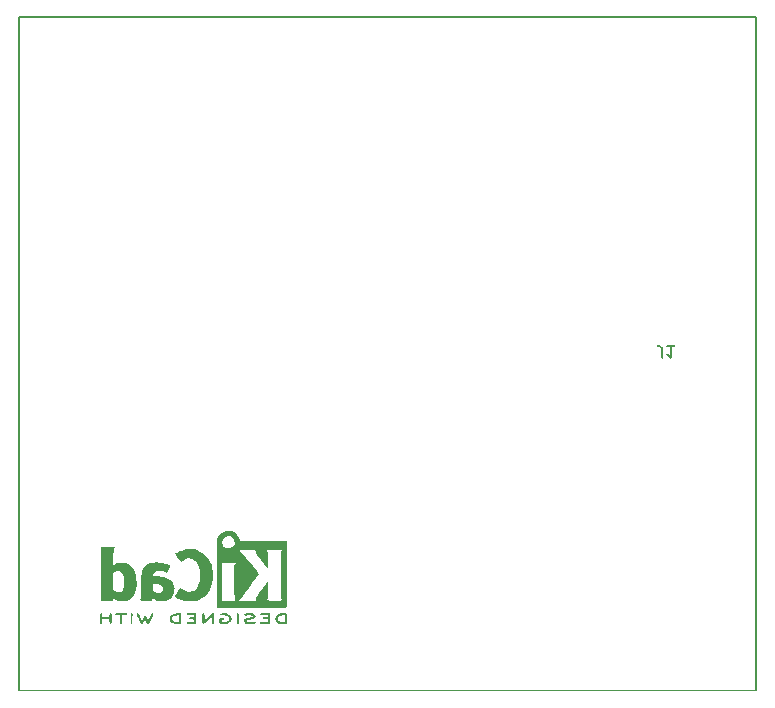
<source format=gbo>
%MOIN*%
%OFA0B0*%
%FSLAX36Y36*%
%IPPOS*%
%LPD*%
G36*
X002886679Y002416403D02*
G01*
X002886534Y002417315D01*
X002886115Y002418138D01*
X002885461Y002418792D01*
X002884638Y002419211D01*
X002883725Y002419355D01*
X002882813Y002419211D01*
X002881991Y002418792D01*
X002881337Y002418138D01*
X002880918Y002417315D01*
X002880773Y002416403D01*
X002880773Y002388282D01*
X002880918Y002387369D01*
X002881337Y002386545D01*
X002881991Y002385892D01*
X002882813Y002385472D01*
X002883725Y002385329D01*
X002884638Y002385472D01*
X002885461Y002385892D01*
X002886115Y002386545D01*
X002886534Y002387369D01*
X002886679Y002388282D01*
X002886679Y002416403D01*
G37*
G36*
X002886679Y002416403D02*
G01*
X002886534Y002417315D01*
X002884659Y002422939D01*
X002884240Y002423762D01*
X002883587Y002424415D01*
X002882764Y002424835D01*
X002881851Y002424980D01*
X002880939Y002424835D01*
X002880116Y002424415D01*
X002879462Y002423762D01*
X002879042Y002422939D01*
X002878898Y002422027D01*
X002879042Y002421114D01*
X002880918Y002415490D01*
X002881337Y002414667D01*
X002881991Y002414013D01*
X002882813Y002413594D01*
X002883725Y002413450D01*
X002884638Y002413594D01*
X002885461Y002414013D01*
X002886115Y002414667D01*
X002886534Y002415490D01*
X002886679Y002416403D01*
G37*
G36*
X002884804Y002422027D02*
G01*
X002884659Y002422939D01*
X002884240Y002423762D01*
X002879837Y002428165D01*
X002879014Y002428585D01*
X002878101Y002428729D01*
X002877188Y002428585D01*
X002876366Y002428165D01*
X002875712Y002427512D01*
X002875293Y002426689D01*
X002875149Y002425777D01*
X002875293Y002424864D01*
X002875712Y002424041D01*
X002880116Y002419638D01*
X002880939Y002419219D01*
X002881851Y002419074D01*
X002882764Y002419219D01*
X002883587Y002419638D01*
X002884240Y002420291D01*
X002884659Y002421114D01*
X002884804Y002422027D01*
G37*
G36*
X002881054Y002425777D02*
G01*
X002880910Y002426689D01*
X002880490Y002427512D01*
X002879837Y002428165D01*
X002879014Y002428585D01*
X002873390Y002430459D01*
X002872477Y002430604D01*
X002871564Y002430459D01*
X002870742Y002430040D01*
X002870088Y002429387D01*
X002869669Y002428564D01*
X002869524Y002427652D01*
X002869669Y002426739D01*
X002870088Y002425915D01*
X002870742Y002425262D01*
X002871564Y002424843D01*
X002877188Y002422968D01*
X002878101Y002422824D01*
X002879014Y002422968D01*
X002879837Y002423388D01*
X002880490Y002424041D01*
X002880910Y002424864D01*
X002881054Y002425777D01*
G37*
G36*
X002875430Y002427652D02*
G01*
X002875285Y002428564D01*
X002874866Y002429387D01*
X002874212Y002430040D01*
X002873390Y002430459D01*
X002872477Y002430604D01*
X002868727Y002430604D01*
X002867815Y002430459D01*
X002866992Y002430040D01*
X002866339Y002429387D01*
X002865920Y002428564D01*
X002865775Y002427652D01*
X002865920Y002426739D01*
X002866339Y002425915D01*
X002866992Y002425262D01*
X002867815Y002424843D01*
X002868727Y002424699D01*
X002872477Y002424699D01*
X002873390Y002424843D01*
X002874212Y002425262D01*
X002874866Y002425915D01*
X002875285Y002426739D01*
X002875430Y002427652D01*
G37*
G36*
X002926049Y002427652D02*
G01*
X002925904Y002428564D01*
X002925485Y002429387D01*
X002924831Y002430040D01*
X002924008Y002430459D01*
X002923096Y002430604D01*
X002900599Y002430604D01*
X002899687Y002430459D01*
X002898863Y002430040D01*
X002898210Y002429387D01*
X002897790Y002428564D01*
X002897645Y002427652D01*
X002897790Y002426739D01*
X002898210Y002425915D01*
X002898863Y002425262D01*
X002899687Y002424843D01*
X002900599Y002424699D01*
X002923096Y002424699D01*
X002924008Y002424843D01*
X002924831Y002425262D01*
X002925485Y002425915D01*
X002925904Y002426739D01*
X002926049Y002427652D01*
G37*
G36*
X002914800Y002427652D02*
G01*
X002914655Y002428564D01*
X002914236Y002429387D01*
X002913583Y002430040D01*
X002912760Y002430459D01*
X002911848Y002430604D01*
X002910934Y002430459D01*
X002910112Y002430040D01*
X002909458Y002429387D01*
X002909039Y002428564D01*
X002908894Y002427652D01*
X002908894Y002388282D01*
X002909039Y002387369D01*
X002909458Y002386545D01*
X002910112Y002385892D01*
X002910934Y002385472D01*
X002911848Y002385329D01*
X002912760Y002385472D01*
X002913583Y002385892D01*
X002914236Y002386545D01*
X002914655Y002387369D01*
X002914800Y002388282D01*
X002914800Y002427652D01*
G37*
G36*
X002914800Y002388282D02*
G01*
X002914655Y002389193D01*
X002914236Y002390017D01*
X002910487Y002395641D01*
X002909833Y002396294D01*
X002909011Y002396714D01*
X002908097Y002396858D01*
X002907185Y002396714D01*
X002906363Y002396294D01*
X002905709Y002395641D01*
X002905290Y002394818D01*
X002905145Y002393906D01*
X002905290Y002392993D01*
X002905709Y002392170D01*
X002909458Y002386545D01*
X002910112Y002385892D01*
X002910934Y002385472D01*
X002911848Y002385329D01*
X002912760Y002385472D01*
X002913583Y002385892D01*
X002914236Y002386545D01*
X002914655Y002387369D01*
X002914800Y002388282D01*
G37*
G36*
X002911051Y002393906D02*
G01*
X002910906Y002394818D01*
X002910487Y002395641D01*
X002909833Y002396294D01*
X002906084Y002400044D01*
X002905260Y002400463D01*
X002904348Y002400608D01*
X002903436Y002400463D01*
X002902612Y002400044D01*
X002901959Y002399390D01*
X002901540Y002398567D01*
X002901396Y002397655D01*
X002901540Y002396742D01*
X002901959Y002395919D01*
X002902612Y002395266D01*
X002905709Y002392170D01*
X002905709Y002392170D01*
X002906363Y002391517D01*
X002907185Y002391097D01*
X002908097Y002390952D01*
X002909011Y002391097D01*
X002909833Y002391517D01*
X002910487Y002392170D01*
X002910906Y002392993D01*
X002911051Y002393906D01*
G37*
G36*
X002907300Y002397655D02*
G01*
X002907156Y002398567D01*
X002906736Y002399390D01*
X002906084Y002400044D01*
X002905260Y002400463D01*
X002901542Y002402322D01*
X002901511Y002402338D01*
X002900599Y002402482D01*
X002899687Y002402338D01*
X002898863Y002401919D01*
X002898210Y002401265D01*
X002897790Y002400442D01*
X002897645Y002399529D01*
X002897790Y002398617D01*
X002898210Y002397794D01*
X002898863Y002397141D01*
X002899687Y002396721D01*
X002903436Y002394847D01*
X002904348Y002394702D01*
X002905260Y002394847D01*
X002906084Y002395266D01*
X002906736Y002395919D01*
X002907156Y002396742D01*
X002907300Y002397655D01*
G37*
G36*
X001528038Y001526328D02*
G01*
X001527413Y001529687D01*
X001525574Y001532476D01*
X001522577Y001534640D01*
X001518478Y001536126D01*
X001517850Y001536270D01*
X001516187Y001536467D01*
X001513520Y001536606D01*
X001510213Y001536687D01*
X001506633Y001536710D01*
X001503142Y001536673D01*
X001500108Y001536576D01*
X001497893Y001536418D01*
X001497216Y001536317D01*
X001495220Y001535900D01*
X001493448Y001535528D01*
X001491110Y001534737D01*
X001489927Y001533506D01*
X001489681Y001532193D01*
X001490048Y001530385D01*
X001491242Y001529304D01*
X001493403Y001528892D01*
X001496673Y001529086D01*
X001496877Y001529113D01*
X001501235Y001529526D01*
X001505658Y001529685D01*
X001509888Y001529607D01*
X001513665Y001529307D01*
X001516730Y001528802D01*
X001518826Y001528109D01*
X001519437Y001527690D01*
X001519750Y001526607D01*
X001519002Y001525411D01*
X001517438Y001524416D01*
X001516684Y001524156D01*
X001515269Y001523828D01*
X001512830Y001523324D01*
X001509689Y001522708D01*
X001506169Y001522046D01*
X001505588Y001521940D01*
X001500715Y001520948D01*
X001497016Y001519937D01*
X001494297Y001518820D01*
X001492363Y001517513D01*
X001491022Y001515925D01*
X001490645Y001515266D01*
X001489653Y001512094D01*
X001489956Y001509092D01*
X001491479Y001506382D01*
X001494146Y001504086D01*
X001497884Y001502325D01*
X001498743Y001502051D01*
X001501060Y001501610D01*
X001504381Y001501297D01*
X001508341Y001501117D01*
X001512581Y001501075D01*
X001516738Y001501177D01*
X001520449Y001501426D01*
X001522769Y001501722D01*
X001524925Y001502213D01*
X001526599Y001502822D01*
X001527049Y001503094D01*
X001527858Y001504467D01*
X001527990Y001506254D01*
X001527473Y001507826D01*
X001526839Y001508419D01*
X001525710Y001508620D01*
X001523532Y001508713D01*
X001520623Y001508694D01*
X001517421Y001508564D01*
X001511061Y001508302D01*
X001506007Y001508315D01*
X001502224Y001508603D01*
X001499674Y001509169D01*
X001498800Y001509589D01*
X001497648Y001510545D01*
X001497357Y001511407D01*
X001498012Y001512218D01*
X001499700Y001513023D01*
X001502507Y001513866D01*
X001506520Y001514792D01*
X001510572Y001515606D01*
X001514851Y001516451D01*
X001518036Y001517152D01*
X001520378Y001517801D01*
X001522134Y001518486D01*
X001523558Y001519298D01*
X001524903Y001520326D01*
X001525564Y001520895D01*
X001527115Y001522434D01*
X001527837Y001523865D01*
X001528035Y001525855D01*
X001528038Y001526328D01*
G37*
G36*
X001632055Y001709409D02*
G01*
X001632053Y001719616D01*
X001632045Y001729175D01*
X001632033Y001738008D01*
X001632015Y001746040D01*
X001631993Y001753194D01*
X001631966Y001759394D01*
X001631935Y001764567D01*
X001631899Y001768632D01*
X001631859Y001771516D01*
X001631815Y001773142D01*
X001631806Y001773267D01*
X001631793Y001773451D01*
X001631717Y001774223D01*
X001631675Y001774911D01*
X001631591Y001775522D01*
X001631392Y001776059D01*
X001631005Y001776528D01*
X001630355Y001776933D01*
X001629368Y001777279D01*
X001627970Y001777572D01*
X001626089Y001777814D01*
X001623649Y001778013D01*
X001620577Y001778172D01*
X001616799Y001778296D01*
X001612241Y001778390D01*
X001606830Y001778460D01*
X001600491Y001778508D01*
X001593150Y001778541D01*
X001584735Y001778564D01*
X001575170Y001778580D01*
X001564381Y001778596D01*
X001552475Y001778614D01*
X001476791Y001778746D01*
X001476059Y001782386D01*
X001474208Y001788274D01*
X001471168Y001793908D01*
X001467122Y001799102D01*
X001462249Y001803662D01*
X001456730Y001807400D01*
X001450746Y001810125D01*
X001449271Y001810604D01*
X001442258Y001812026D01*
X001435290Y001812159D01*
X001428512Y001811078D01*
X001422072Y001808862D01*
X001416116Y001805585D01*
X001410789Y001801324D01*
X001406238Y001796157D01*
X001402609Y001790159D01*
X001400572Y001785135D01*
X001398928Y001780116D01*
X001398928Y001557209D01*
X001400489Y001555649D01*
X001402048Y001554089D01*
X001437284Y001554069D01*
X001437284Y001579089D01*
X001431667Y001579098D01*
X001426508Y001579124D01*
X001421960Y001579164D01*
X001418180Y001579216D01*
X001415320Y001579279D01*
X001413532Y001579350D01*
X001412970Y001579422D01*
X001413300Y001580139D01*
X001414153Y001581646D01*
X001415004Y001583060D01*
X001417038Y001586366D01*
X001417230Y001645138D01*
X001417422Y001703909D01*
X001439247Y001703791D01*
X001439247Y001753318D01*
X001434091Y001753760D01*
X001428878Y001755512D01*
X001428346Y001755767D01*
X001423988Y001758607D01*
X001420626Y001762238D01*
X001418328Y001766468D01*
X001417158Y001771105D01*
X001417186Y001775955D01*
X001418475Y001780828D01*
X001419173Y001782377D01*
X001421332Y001785974D01*
X001423923Y001788718D01*
X001427321Y001790966D01*
X001429376Y001791984D01*
X001434189Y001793481D01*
X001439180Y001793750D01*
X001444085Y001792846D01*
X001448632Y001790822D01*
X001452553Y001787732D01*
X001453054Y001787200D01*
X001456046Y001783168D01*
X001457809Y001778924D01*
X001458482Y001774119D01*
X001458497Y001773267D01*
X001457996Y001768380D01*
X001456375Y001764127D01*
X001453519Y001760218D01*
X001452979Y001759647D01*
X001448831Y001756284D01*
X001444207Y001754168D01*
X001439247Y001753318D01*
X001439247Y001703791D01*
X001439319Y001703791D01*
X001444651Y001703756D01*
X001449527Y001703713D01*
X001453783Y001703662D01*
X001457253Y001703607D01*
X001459775Y001703550D01*
X001461183Y001703494D01*
X001461425Y001703464D01*
X001461247Y001702799D01*
X001460574Y001701280D01*
X001459733Y001699592D01*
X001457832Y001695929D01*
X001457607Y001648296D01*
X001457564Y001637320D01*
X001457546Y001627629D01*
X001457557Y001619143D01*
X001457600Y001611777D01*
X001457679Y001605450D01*
X001457795Y001600077D01*
X001457954Y001595576D01*
X001458157Y001591865D01*
X001458407Y001588860D01*
X001458710Y001586478D01*
X001459066Y001584635D01*
X001459481Y001583251D01*
X001459955Y001582241D01*
X001460153Y001581937D01*
X001461106Y001580496D01*
X001461586Y001579572D01*
X001461599Y001579497D01*
X001460940Y001579403D01*
X001459065Y001579316D01*
X001456128Y001579240D01*
X001452283Y001579177D01*
X001447682Y001579129D01*
X001442482Y001579098D01*
X001437284Y001579089D01*
X001437284Y001554069D01*
X001505159Y001554031D01*
X001505159Y001578745D01*
X001499785Y001578756D01*
X001494443Y001578779D01*
X001489310Y001578813D01*
X001484559Y001578857D01*
X001480366Y001578911D01*
X001476901Y001578975D01*
X001474342Y001579048D01*
X001472861Y001579130D01*
X001472559Y001579189D01*
X001472766Y001579497D01*
X001472995Y001579836D01*
X001474185Y001581280D01*
X001475952Y001583314D01*
X001478120Y001585733D01*
X001478350Y001585985D01*
X001480523Y001588486D01*
X001483271Y001591828D01*
X001486374Y001595735D01*
X001489615Y001599930D01*
X001492775Y001604137D01*
X001493590Y001605244D01*
X001496975Y001609879D01*
X001500704Y001615003D01*
X001504679Y001620479D01*
X001508802Y001626172D01*
X001512973Y001631945D01*
X001517095Y001637659D01*
X001521069Y001643179D01*
X001524795Y001648367D01*
X001528177Y001653088D01*
X001531115Y001657204D01*
X001533510Y001660578D01*
X001535265Y001663074D01*
X001536038Y001664194D01*
X001539181Y001668819D01*
X001537205Y001671674D01*
X001536204Y001673027D01*
X001534369Y001675398D01*
X001531697Y001678792D01*
X001528183Y001683214D01*
X001523822Y001688670D01*
X001518612Y001695163D01*
X001512546Y001702700D01*
X001505623Y001711287D01*
X001497836Y001720927D01*
X001496431Y001722665D01*
X001493106Y001726679D01*
X001489500Y001730864D01*
X001485892Y001734909D01*
X001482565Y001738496D01*
X001479821Y001741288D01*
X001477271Y001743787D01*
X001475113Y001745939D01*
X001473518Y001747569D01*
X001472659Y001748503D01*
X001472558Y001748651D01*
X001473219Y001748717D01*
X001475106Y001748777D01*
X001478073Y001748831D01*
X001481977Y001748877D01*
X001486674Y001748913D01*
X001492020Y001748939D01*
X001497869Y001748951D01*
X001500203Y001748952D01*
X001527847Y001748952D01*
X001528272Y001745362D01*
X001528497Y001743801D01*
X001528831Y001742279D01*
X001529336Y001740704D01*
X001530072Y001738983D01*
X001531103Y001737023D01*
X001532490Y001734731D01*
X001534292Y001732017D01*
X001536574Y001728785D01*
X001539394Y001724946D01*
X001542818Y001720403D01*
X001546903Y001715068D01*
X001551714Y001708845D01*
X001557310Y001701643D01*
X001557490Y001701413D01*
X001560591Y001697449D01*
X001563430Y001693862D01*
X001565896Y001690786D01*
X001567877Y001688359D01*
X001569266Y001686717D01*
X001569949Y001685997D01*
X001569990Y001685976D01*
X001570110Y001686626D01*
X001570219Y001688490D01*
X001570314Y001691414D01*
X001570393Y001695242D01*
X001570451Y001699820D01*
X001570485Y001704991D01*
X001570493Y001709740D01*
X001570476Y001716915D01*
X001570421Y001722874D01*
X001570310Y001727770D01*
X001570129Y001731755D01*
X001569862Y001734981D01*
X001569490Y001737603D01*
X001569000Y001739773D01*
X001568375Y001741643D01*
X001567599Y001743369D01*
X001566786Y001744872D01*
X001565787Y001746708D01*
X001565152Y001748050D01*
X001565032Y001748438D01*
X001565690Y001748554D01*
X001567570Y001748659D01*
X001570522Y001748754D01*
X001574398Y001748832D01*
X001579048Y001748894D01*
X001584325Y001748935D01*
X001590080Y001748952D01*
X001591052Y001748952D01*
X001596870Y001748939D01*
X001602236Y001748901D01*
X001607000Y001748841D01*
X001611013Y001748763D01*
X001614127Y001748669D01*
X001616192Y001748562D01*
X001617061Y001748446D01*
X001617079Y001748426D01*
X001616724Y001747579D01*
X001615837Y001746088D01*
X001615438Y001745485D01*
X001614120Y001743166D01*
X001613051Y001740663D01*
X001612952Y001740361D01*
X001612809Y001739228D01*
X001612672Y001736839D01*
X001612540Y001733309D01*
X001612416Y001728751D01*
X001612299Y001723279D01*
X001612190Y001717007D01*
X001612090Y001710050D01*
X001611999Y001702520D01*
X001611919Y001694534D01*
X001611850Y001686203D01*
X001611792Y001677643D01*
X001611746Y001668966D01*
X001611713Y001660289D01*
X001611694Y001651723D01*
X001611689Y001643384D01*
X001611698Y001635385D01*
X001611723Y001627841D01*
X001611763Y001620864D01*
X001611822Y001614571D01*
X001611896Y001609073D01*
X001611990Y001604487D01*
X001612102Y001600925D01*
X001612136Y001600143D01*
X001612359Y001595518D01*
X001612554Y001592037D01*
X001612758Y001589479D01*
X001613009Y001587619D01*
X001613341Y001586235D01*
X001613793Y001585103D01*
X001614401Y001583999D01*
X001614926Y001583146D01*
X001616073Y001581256D01*
X001616853Y001579880D01*
X001617079Y001579386D01*
X001616419Y001579319D01*
X001614538Y001579258D01*
X001611588Y001579203D01*
X001607718Y001579157D01*
X001603075Y001579122D01*
X001597812Y001579098D01*
X001592077Y001579089D01*
X001591394Y001579089D01*
X001583736Y001579107D01*
X001577439Y001579163D01*
X001572498Y001579254D01*
X001568905Y001579383D01*
X001566652Y001579550D01*
X001565734Y001579753D01*
X001565709Y001579796D01*
X001566000Y001580766D01*
X001566744Y001582494D01*
X001567385Y001583812D01*
X001568166Y001585494D01*
X001568809Y001587267D01*
X001569323Y001589274D01*
X001569724Y001591660D01*
X001570020Y001594569D01*
X001570224Y001598146D01*
X001570347Y001602535D01*
X001570401Y001607880D01*
X001570397Y001614325D01*
X001570357Y001620870D01*
X001570161Y001645870D01*
X001566327Y001640733D01*
X001564470Y001638228D01*
X001561953Y001634803D01*
X001558914Y001630651D01*
X001555494Y001625964D01*
X001551831Y001620933D01*
X001548067Y001615748D01*
X001544340Y001610605D01*
X001540790Y001605692D01*
X001540129Y001604774D01*
X001535828Y001598445D01*
X001532622Y001592908D01*
X001530513Y001588169D01*
X001529503Y001584234D01*
X001529407Y001582835D01*
X001529357Y001580785D01*
X001529226Y001579380D01*
X001529122Y001579032D01*
X001528382Y001578949D01*
X001526456Y001578880D01*
X001523522Y001578826D01*
X001519750Y001578787D01*
X001515316Y001578760D01*
X001510395Y001578746D01*
X001505159Y001578745D01*
X001505159Y001554031D01*
X001513160Y001554027D01*
X001525436Y001554022D01*
X001537367Y001554020D01*
X001548878Y001554021D01*
X001559895Y001554026D01*
X001570344Y001554033D01*
X001580149Y001554044D01*
X001589237Y001554056D01*
X001597532Y001554072D01*
X001604962Y001554090D01*
X001611449Y001554111D01*
X001616922Y001554133D01*
X001621304Y001554157D01*
X001624522Y001554184D01*
X001626500Y001554212D01*
X001627128Y001554235D01*
X001629150Y001554657D01*
X001630653Y001555374D01*
X001630895Y001555601D01*
X001631019Y001555953D01*
X001631133Y001556736D01*
X001631237Y001558008D01*
X001631332Y001559825D01*
X001631418Y001562248D01*
X001631496Y001565330D01*
X001631567Y001569133D01*
X001631631Y001573713D01*
X001631689Y001579127D01*
X001631691Y001579386D01*
X001631741Y001585434D01*
X001631788Y001592690D01*
X001631831Y001600954D01*
X001631870Y001610283D01*
X001631906Y001620737D01*
X001631939Y001632369D01*
X001631970Y001645241D01*
X001632000Y001659408D01*
X001632009Y001663612D01*
X001632029Y001675655D01*
X001632043Y001687352D01*
X001632051Y001698629D01*
X001632055Y001709409D01*
G37*
G36*
X001330757Y001515400D02*
G01*
X001330756Y001518678D01*
X001330733Y001524050D01*
X001330676Y001528212D01*
X001330575Y001531321D01*
X001330422Y001533539D01*
X001330205Y001535022D01*
X001329918Y001535930D01*
X001329745Y001536218D01*
X001329349Y001536650D01*
X001328786Y001536966D01*
X001327871Y001537175D01*
X001326424Y001537288D01*
X001324257Y001537314D01*
X001321190Y001537264D01*
X001317038Y001537147D01*
X001314235Y001537059D01*
X001309178Y001536862D01*
X001304970Y001536628D01*
X001301744Y001536367D01*
X001299636Y001536091D01*
X001298809Y001535839D01*
X001298048Y001534517D01*
X001297948Y001532798D01*
X001298473Y001531310D01*
X001299099Y001530775D01*
X001300159Y001530581D01*
X001302335Y001530369D01*
X001305372Y001530158D01*
X001309017Y001529965D01*
X001311942Y001529846D01*
X001323586Y001529432D01*
X001323795Y001526178D01*
X001324003Y001522924D01*
X001316603Y001522916D01*
X001313398Y001522874D01*
X001310575Y001522770D01*
X001308494Y001522619D01*
X001307654Y001522491D01*
X001306204Y001521506D01*
X001305617Y001519871D01*
X001306009Y001518085D01*
X001306469Y001517438D01*
X001307151Y001516865D01*
X001308147Y001516470D01*
X001309717Y001516210D01*
X001312118Y001516044D01*
X001315607Y001515933D01*
X001315968Y001515924D01*
X001324270Y001515733D01*
X001324270Y001508199D01*
X001311942Y001507856D01*
X001307929Y001507716D01*
X001304365Y001507539D01*
X001301487Y001507340D01*
X001299531Y001507135D01*
X001298757Y001506959D01*
X001298089Y001505837D01*
X001297938Y001504113D01*
X001298310Y001502454D01*
X001298722Y001501829D01*
X001299655Y001501564D01*
X001301709Y001501349D01*
X001304635Y001501185D01*
X001308185Y001501073D01*
X001312109Y001501012D01*
X001316161Y001501005D01*
X001320092Y001501051D01*
X001323652Y001501151D01*
X001326595Y001501307D01*
X001328671Y001501518D01*
X001329579Y001501747D01*
X001329959Y001502072D01*
X001330250Y001502660D01*
X001330462Y001503678D01*
X001330607Y001505292D01*
X001330697Y001507673D01*
X001330744Y001510986D01*
X001330757Y001515400D01*
G37*
G36*
X001625298Y001507657D02*
G01*
X001618620Y001508052D01*
X001615291Y001508349D01*
X001612076Y001508806D01*
X001609493Y001509344D01*
X001608709Y001509579D01*
X001606058Y001510899D01*
X001603743Y001512709D01*
X001603411Y001513063D01*
X001601394Y001516001D01*
X001600713Y001518796D01*
X001601366Y001521593D01*
X001603187Y001524346D01*
X001605413Y001526424D01*
X001608213Y001527923D01*
X001611816Y001528921D01*
X001616450Y001529498D01*
X001618213Y001529609D01*
X001625298Y001529970D01*
X001625298Y001501051D01*
X001626614Y001501071D01*
X001629321Y001501262D01*
X001630872Y001501593D01*
X001631290Y001501863D01*
X001631562Y001502850D01*
X001631826Y001504950D01*
X001632069Y001507907D01*
X001632282Y001511464D01*
X001632455Y001515364D01*
X001632577Y001519351D01*
X001632638Y001523168D01*
X001632627Y001526559D01*
X001632534Y001529266D01*
X001632477Y001529970D01*
X001632440Y001530418D01*
X001631990Y001533455D01*
X001631282Y001535377D01*
X001630036Y001536445D01*
X001627970Y001536913D01*
X001625183Y001537033D01*
X001618490Y001536875D01*
X001612429Y001536241D01*
X001607176Y001535166D01*
X001602913Y001533684D01*
X001600142Y001532087D01*
X001597224Y001529068D01*
X001595165Y001525268D01*
X001594069Y001521046D01*
X001594037Y001516754D01*
X001594820Y001513579D01*
X001596701Y001510046D01*
X001599384Y001506789D01*
X001602461Y001504276D01*
X001603422Y001503725D01*
X001606956Y001502448D01*
X001611767Y001501575D01*
X001617867Y001501103D01*
X001622646Y001501012D01*
X001625298Y001501051D01*
X001625298Y001507657D01*
G37*
G36*
X001472715Y001534963D02*
G01*
X001470892Y001535793D01*
X001468332Y001536561D01*
X001466524Y001536192D01*
X001465733Y001535299D01*
X001465465Y001534095D01*
X001465259Y001531779D01*
X001465114Y001528605D01*
X001465030Y001524828D01*
X001465005Y001520703D01*
X001465036Y001516486D01*
X001465123Y001512431D01*
X001465266Y001508794D01*
X001465460Y001505829D01*
X001465707Y001503793D01*
X001465907Y001503062D01*
X001467265Y001501529D01*
X001468970Y001501235D01*
X001470702Y001502226D01*
X001470865Y001502398D01*
X001471293Y001502972D01*
X001471623Y001503751D01*
X001471874Y001504916D01*
X001472060Y001506646D01*
X001472199Y001509125D01*
X001472308Y001512533D01*
X001472405Y001517050D01*
X001472446Y001519406D01*
X001472715Y001534963D01*
G37*
G36*
X001448350Y001520667D02*
G01*
X001447166Y001524493D01*
X001446735Y001525420D01*
X001444216Y001529344D01*
X001440893Y001532385D01*
X001436691Y001534575D01*
X001431532Y001535947D01*
X001425341Y001536534D01*
X001420784Y001536511D01*
X001416326Y001536196D01*
X001413097Y001535594D01*
X001410985Y001534665D01*
X001409872Y001533368D01*
X001409658Y001532600D01*
X001409618Y001531402D01*
X001410013Y001530548D01*
X001411028Y001529979D01*
X001412846Y001529641D01*
X001415649Y001529478D01*
X001419623Y001529432D01*
X001420027Y001529432D01*
X001425383Y001529304D01*
X001429602Y001528886D01*
X001432899Y001528119D01*
X001435487Y001526946D01*
X001437579Y001525313D01*
X001438270Y001524580D01*
X001440293Y001521629D01*
X001440979Y001518822D01*
X001440329Y001516025D01*
X001438573Y001513364D01*
X001436638Y001511446D01*
X001434388Y001510096D01*
X001431449Y001509137D01*
X001428295Y001508524D01*
X001424165Y001508091D01*
X001420475Y001508139D01*
X001417415Y001508624D01*
X001415174Y001509503D01*
X001413942Y001510730D01*
X001413798Y001511878D01*
X001414304Y001512578D01*
X001415668Y001512993D01*
X001417864Y001513196D01*
X001421054Y001513698D01*
X001423035Y001514796D01*
X001423791Y001516480D01*
X001423666Y001517714D01*
X001423271Y001518752D01*
X001422538Y001519453D01*
X001421219Y001519896D01*
X001419061Y001520160D01*
X001415816Y001520323D01*
X001415305Y001520341D01*
X001412083Y001520397D01*
X001409889Y001520166D01*
X001408533Y001519439D01*
X001407830Y001518002D01*
X001407589Y001515644D01*
X001407626Y001512153D01*
X001407639Y001511692D01*
X001407833Y001504774D01*
X001411208Y001503101D01*
X001412977Y001502322D01*
X001414775Y001501807D01*
X001416978Y001501491D01*
X001419960Y001501312D01*
X001422167Y001501246D01*
X001425549Y001501229D01*
X001428688Y001501327D01*
X001431172Y001501521D01*
X001432321Y001501710D01*
X001437372Y001503579D01*
X001441731Y001506400D01*
X001445189Y001510005D01*
X001447162Y001513335D01*
X001448344Y001517064D01*
X001448350Y001520667D01*
G37*
G36*
X001386244Y001663354D02*
G01*
X001385742Y001675365D01*
X001384189Y001686520D01*
X001381570Y001696857D01*
X001377871Y001706417D01*
X001373073Y001715239D01*
X001367165Y001723363D01*
X001360507Y001730474D01*
X001352654Y001737135D01*
X001344470Y001742475D01*
X001335909Y001746513D01*
X001326929Y001749266D01*
X001317481Y001750755D01*
X001310595Y001751053D01*
X001304699Y001750880D01*
X001299156Y001750320D01*
X001293702Y001749306D01*
X001288078Y001747770D01*
X001282019Y001745643D01*
X001275265Y001742859D01*
X001270221Y001740593D01*
X001267019Y001739110D01*
X001264292Y001737835D01*
X001262265Y001736875D01*
X001261168Y001736339D01*
X001261039Y001736266D01*
X001261325Y001735661D01*
X001262264Y001734114D01*
X001263730Y001731812D01*
X001265599Y001728942D01*
X001267747Y001725690D01*
X001270046Y001722241D01*
X001272374Y001718783D01*
X001274605Y001715501D01*
X001276614Y001712583D01*
X001278276Y001710215D01*
X001279465Y001708583D01*
X001280057Y001707872D01*
X001280089Y001707856D01*
X001280807Y001708256D01*
X001282292Y001709317D01*
X001284254Y001710828D01*
X001284730Y001711209D01*
X001290633Y001715227D01*
X001296688Y001717901D01*
X001302975Y001719254D01*
X001309577Y001719310D01*
X001311801Y001719053D01*
X001317614Y001717764D01*
X001322586Y001715609D01*
X001327059Y001712412D01*
X001329732Y001709830D01*
X001334249Y001704067D01*
X001337891Y001697283D01*
X001340657Y001689469D01*
X001342551Y001680616D01*
X001343577Y001670717D01*
X001343780Y001663335D01*
X001343375Y001653362D01*
X001342169Y001644287D01*
X001340178Y001636170D01*
X001337420Y001629068D01*
X001333909Y001623041D01*
X001331997Y001620589D01*
X001326990Y001615669D01*
X001321542Y001612022D01*
X001315725Y001609651D01*
X001309609Y001608557D01*
X001303265Y001608744D01*
X001296761Y001610212D01*
X001290170Y001612965D01*
X001283562Y001617004D01*
X001280905Y001618999D01*
X001278799Y001620548D01*
X001277118Y001621557D01*
X001276130Y001621871D01*
X001276021Y001621820D01*
X001275249Y001620766D01*
X001273983Y001618794D01*
X001272339Y001616103D01*
X001270429Y001612893D01*
X001268369Y001609362D01*
X001266270Y001605710D01*
X001264248Y001602135D01*
X001262416Y001598837D01*
X001260889Y001596012D01*
X001259779Y001593864D01*
X001259201Y001592588D01*
X001259150Y001592337D01*
X001259915Y001591646D01*
X001261724Y001590533D01*
X001264351Y001589107D01*
X001267573Y001587471D01*
X001271169Y001585731D01*
X001274915Y001583994D01*
X001278588Y001582364D01*
X001281964Y001580947D01*
X001284822Y001579848D01*
X001286938Y001579175D01*
X001286942Y001579174D01*
X001294665Y001577636D01*
X001303085Y001576714D01*
X001311657Y001576441D01*
X001319837Y001576851D01*
X001321531Y001577035D01*
X001330452Y001578798D01*
X001339099Y001581841D01*
X001347338Y001586085D01*
X001355040Y001591447D01*
X001362071Y001597847D01*
X001368300Y001605205D01*
X001369103Y001606309D01*
X001374918Y001615611D01*
X001379525Y001625513D01*
X001382931Y001636037D01*
X001385142Y001647205D01*
X001386166Y001659041D01*
X001386244Y001663354D01*
G37*
G36*
X001389914Y001523625D02*
G01*
X001389870Y001527780D01*
X001389742Y001530899D01*
X001389510Y001533153D01*
X001389153Y001534711D01*
X001388648Y001535738D01*
X001387974Y001536405D01*
X001387551Y001536665D01*
X001386921Y001536920D01*
X001386228Y001536947D01*
X001385353Y001536656D01*
X001384175Y001535958D01*
X001382577Y001534765D01*
X001380438Y001532989D01*
X001377637Y001530539D01*
X001374057Y001527330D01*
X001370081Y001523729D01*
X001358518Y001513230D01*
X001358327Y001523695D01*
X001358203Y001528248D01*
X001357982Y001531606D01*
X001357611Y001533945D01*
X001357036Y001535439D01*
X001356205Y001536263D01*
X001355063Y001536590D01*
X001354358Y001536624D01*
X001353200Y001536614D01*
X001352311Y001536481D01*
X001351656Y001536063D01*
X001351200Y001535201D01*
X001350905Y001533734D01*
X001350738Y001531503D01*
X001350662Y001528348D01*
X001350641Y001524107D01*
X001350640Y001519922D01*
X001350654Y001514683D01*
X001350701Y001510643D01*
X001350792Y001507629D01*
X001350938Y001505468D01*
X001351149Y001503990D01*
X001351437Y001503022D01*
X001351707Y001502530D01*
X001352937Y001501383D01*
X001354022Y001501007D01*
X001355088Y001501462D01*
X001356977Y001502743D01*
X001359531Y001504717D01*
X001362591Y001507257D01*
X001365997Y001510231D01*
X001369592Y001513511D01*
X001371188Y001515016D01*
X001374685Y001518279D01*
X001377560Y001520837D01*
X001379718Y001522607D01*
X001381065Y001523509D01*
X001381383Y001523610D01*
X001381601Y001522964D01*
X001381833Y001521186D01*
X001382058Y001518510D01*
X001382255Y001515174D01*
X001382336Y001513295D01*
X001382559Y001508892D01*
X001382846Y001505449D01*
X001383183Y001503103D01*
X001383551Y001501994D01*
X001385068Y001501089D01*
X001386872Y001501235D01*
X001388458Y001502363D01*
X001388698Y001502689D01*
X001389085Y001503493D01*
X001389378Y001504684D01*
X001389591Y001506452D01*
X001389736Y001508983D01*
X001389830Y001512468D01*
X001389886Y001517093D01*
X001389896Y001518272D01*
X001389914Y001523625D01*
G37*
G36*
X001576185Y001527689D02*
G01*
X001576153Y001530602D01*
X001576059Y001532667D01*
X001575893Y001534059D01*
X001575647Y001534951D01*
X001575311Y001535518D01*
X001575175Y001535667D01*
X001574618Y001536069D01*
X001573735Y001536370D01*
X001572339Y001536586D01*
X001570242Y001536731D01*
X001567253Y001536823D01*
X001563184Y001536875D01*
X001560449Y001536894D01*
X001556151Y001536890D01*
X001552218Y001536838D01*
X001548896Y001536743D01*
X001546429Y001536614D01*
X001545063Y001536457D01*
X001545000Y001536442D01*
X001543362Y001535423D01*
X001542579Y001533809D01*
X001542800Y001532073D01*
X001543360Y001531281D01*
X001544000Y001530860D01*
X001545092Y001530535D01*
X001546829Y001530283D01*
X001549404Y001530086D01*
X001553006Y001529920D01*
X001556634Y001529798D01*
X001568791Y001529432D01*
X001569181Y001526511D01*
X001569350Y001524649D01*
X001569311Y001523441D01*
X001569238Y001523258D01*
X001568453Y001523115D01*
X001566613Y001523003D01*
X001564031Y001522937D01*
X001562256Y001522924D01*
X001559109Y001522881D01*
X001556251Y001522763D01*
X001554116Y001522592D01*
X001553466Y001522496D01*
X001551985Y001522019D01*
X001551407Y001521073D01*
X001551325Y001519781D01*
X001551483Y001518338D01*
X001552086Y001517319D01*
X001553329Y001516654D01*
X001555407Y001516272D01*
X001558514Y001516104D01*
X001561555Y001516075D01*
X001569133Y001516075D01*
X001569133Y001507943D01*
X001556827Y001507728D01*
X001552308Y001507632D01*
X001548961Y001507511D01*
X001546592Y001507346D01*
X001545005Y001507115D01*
X001544004Y001506801D01*
X001543392Y001506383D01*
X001543383Y001506373D01*
X001542602Y001504783D01*
X001542840Y001503053D01*
X001543954Y001501737D01*
X001544640Y001501440D01*
X001545776Y001501315D01*
X001548050Y001501203D01*
X001551229Y001501112D01*
X001555079Y001501048D01*
X001559371Y001501018D01*
X001560317Y001501016D01*
X001565460Y001501036D01*
X001569365Y001501109D01*
X001572164Y001501242D01*
X001573986Y001501444D01*
X001574964Y001501720D01*
X001575162Y001501870D01*
X001575409Y001502843D01*
X001575633Y001505063D01*
X001575826Y001508403D01*
X001575981Y001512740D01*
X001576092Y001517950D01*
X001576102Y001518623D01*
X001576165Y001523753D01*
X001576185Y001527689D01*
G37*
G36*
X001186533Y001533107D02*
G01*
X001186144Y001535267D01*
X001184888Y001536405D01*
X001182867Y001536435D01*
X001182767Y001536411D01*
X001182105Y001536194D01*
X001181498Y001535796D01*
X001180851Y001535058D01*
X001180069Y001533816D01*
X001179055Y001531909D01*
X001177714Y001529177D01*
X001175951Y001525457D01*
X001174682Y001522753D01*
X001173176Y001519615D01*
X001171837Y001516978D01*
X001170786Y001515065D01*
X001170142Y001514097D01*
X001170035Y001514024D01*
X001169515Y001514598D01*
X001168543Y001516150D01*
X001167269Y001518426D01*
X001166151Y001520561D01*
X001164613Y001523386D01*
X001163100Y001525822D01*
X001161818Y001527555D01*
X001161168Y001528183D01*
X001159878Y001528876D01*
X001158946Y001528687D01*
X001158137Y001528028D01*
X001157263Y001526923D01*
X001155969Y001524905D01*
X001154450Y001522285D01*
X001153248Y001520061D01*
X001151795Y001517359D01*
X001150544Y001515175D01*
X001149642Y001513757D01*
X001149256Y001513335D01*
X001148805Y001513924D01*
X001147955Y001515515D01*
X001146836Y001517848D01*
X001145866Y001520014D01*
X001143434Y001525409D01*
X001141271Y001529858D01*
X001139424Y001533275D01*
X001137937Y001535574D01*
X001136859Y001536667D01*
X001136857Y001536668D01*
X001135234Y001536856D01*
X001133601Y001536061D01*
X001132490Y001534556D01*
X001132435Y001534395D01*
X001132564Y001533248D01*
X001133267Y001531032D01*
X001134484Y001527889D01*
X001136153Y001523962D01*
X001138215Y001519395D01*
X001140608Y001514331D01*
X001143200Y001509055D01*
X001144867Y001505765D01*
X001146088Y001503514D01*
X001147007Y001502109D01*
X001147770Y001501354D01*
X001148521Y001501053D01*
X001149167Y001501007D01*
X001150014Y001501103D01*
X001150783Y001501520D01*
X001151626Y001502448D01*
X001152692Y001504081D01*
X001154134Y001506609D01*
X001155399Y001508925D01*
X001157005Y001511830D01*
X001158385Y001514210D01*
X001159408Y001515851D01*
X001159948Y001516541D01*
X001159988Y001516545D01*
X001160406Y001515858D01*
X001161326Y001514201D01*
X001162615Y001511821D01*
X001164140Y001508959D01*
X001164225Y001508798D01*
X001165957Y001505596D01*
X001167246Y001503428D01*
X001168244Y001502097D01*
X001169100Y001501400D01*
X001169965Y001501139D01*
X001169976Y001501136D01*
X001171706Y001501401D01*
X001172895Y001502615D01*
X001173908Y001504362D01*
X001175267Y001506995D01*
X001176872Y001510288D01*
X001178622Y001514015D01*
X001180414Y001517948D01*
X001182150Y001521863D01*
X001183726Y001525532D01*
X001185042Y001528730D01*
X001185997Y001531231D01*
X001186489Y001532808D01*
X001186533Y001533107D01*
G37*
G36*
X001131392Y001632293D02*
G01*
X001131345Y001636467D01*
X001131321Y001637642D01*
X001131242Y001641418D01*
X001131099Y001646776D01*
X001130932Y001651034D01*
X001130719Y001654462D01*
X001130433Y001657329D01*
X001130050Y001659905D01*
X001129547Y001662459D01*
X001129172Y001664108D01*
X001126524Y001673232D01*
X001123124Y001681221D01*
X001118961Y001688097D01*
X001114017Y001693879D01*
X001108279Y001698588D01*
X001103038Y001701632D01*
X001098642Y001703551D01*
X001094375Y001704861D01*
X001089926Y001705600D01*
X001084988Y001705805D01*
X001079251Y001705518D01*
X001075109Y001705102D01*
X001069822Y001704251D01*
X001065365Y001702927D01*
X001061232Y001700953D01*
X001058721Y001699399D01*
X001056737Y001698124D01*
X001055215Y001697222D01*
X001054508Y001696897D01*
X001054366Y001697551D01*
X001054253Y001699387D01*
X001054171Y001702218D01*
X001054116Y001705857D01*
X001054090Y001710118D01*
X001054089Y001714813D01*
X001054115Y001719754D01*
X001054165Y001724756D01*
X001054239Y001729629D01*
X001054336Y001734189D01*
X001054456Y001738247D01*
X001054597Y001741616D01*
X001054730Y001743761D01*
X001055081Y001747641D01*
X001055486Y001750501D01*
X001056017Y001752689D01*
X001056744Y001754556D01*
X001057111Y001755297D01*
X001058071Y001757195D01*
X001058707Y001758538D01*
X001058859Y001758947D01*
X001058201Y001759015D01*
X001056334Y001759075D01*
X001053419Y001759130D01*
X001049617Y001759173D01*
X001045087Y001759205D01*
X001039993Y001759223D01*
X001036599Y001759226D01*
X001014339Y001759226D01*
X001014304Y001678575D01*
X001014298Y001668117D01*
X001014285Y001658003D01*
X001014269Y001648320D01*
X001014248Y001639158D01*
X001014224Y001630605D01*
X001014196Y001622752D01*
X001014166Y001615686D01*
X001014132Y001609495D01*
X001014097Y001604271D01*
X001014060Y001600100D01*
X001014020Y001597072D01*
X001013980Y001595275D01*
X001013957Y001594843D01*
X001013683Y001592079D01*
X001013401Y001589139D01*
X001013346Y001588561D01*
X001012837Y001586033D01*
X001011880Y001583205D01*
X001011284Y001581882D01*
X001009521Y001578404D01*
X001051325Y001578404D01*
X001051335Y001581658D01*
X001051425Y001583961D01*
X001051643Y001585911D01*
X001051751Y001586428D01*
X001052019Y001587191D01*
X001052469Y001587422D01*
X001053377Y001587049D01*
X001055018Y001586003D01*
X001056022Y001585324D01*
X001062393Y001581478D01*
X001068300Y001578898D01*
X001071028Y001578092D01*
X001074278Y001577492D01*
X001074311Y001577488D01*
X001074311Y001607269D01*
X001071353Y001607350D01*
X001068447Y001607548D01*
X001066162Y001607929D01*
X001063976Y001608636D01*
X001061368Y001609817D01*
X001059880Y001610560D01*
X001054065Y001613508D01*
X001054065Y001671480D01*
X001059338Y001674086D01*
X001062086Y001675387D01*
X001064210Y001676164D01*
X001066278Y001676552D01*
X001068861Y001676682D01*
X001070518Y001676692D01*
X001073524Y001676647D01*
X001075591Y001676449D01*
X001077148Y001676005D01*
X001078625Y001675224D01*
X001079292Y001674795D01*
X001082637Y001671946D01*
X001085353Y001668202D01*
X001087476Y001663474D01*
X001089038Y001657678D01*
X001090073Y001650729D01*
X001090418Y001646581D01*
X001090718Y001637642D01*
X001090389Y001629896D01*
X001089422Y001623319D01*
X001087811Y001617883D01*
X001085548Y001613562D01*
X001082627Y001610333D01*
X001080020Y001608620D01*
X001078245Y001607832D01*
X001076498Y001607405D01*
X001074311Y001607269D01*
X001074311Y001577488D01*
X001078257Y001577045D01*
X001082503Y001576776D01*
X001086553Y001576709D01*
X001089945Y001576868D01*
X001091218Y001577035D01*
X001098716Y001579015D01*
X001105597Y001582185D01*
X001111806Y001586486D01*
X001117290Y001591858D01*
X001121993Y001598242D01*
X001125862Y001605580D01*
X001128841Y001613811D01*
X001130251Y001619497D01*
X001130701Y001621824D01*
X001131028Y001624014D01*
X001131245Y001626319D01*
X001131363Y001628994D01*
X001131392Y001632293D01*
G37*
G36*
X001048557Y001520238D02*
G01*
X001048548Y001525154D01*
X001048516Y001528876D01*
X001048448Y001531581D01*
X001048326Y001533446D01*
X001048137Y001534648D01*
X001047866Y001535363D01*
X001047498Y001535766D01*
X001047244Y001535923D01*
X001044922Y001536699D01*
X001043149Y001536237D01*
X001041919Y001534533D01*
X001041225Y001531577D01*
X001041052Y001528251D01*
X001041052Y001522924D01*
X001016446Y001522924D01*
X001016248Y001529188D01*
X001016040Y001532705D01*
X001015612Y001535017D01*
X001014863Y001536282D01*
X001013694Y001536658D01*
X001012003Y001536306D01*
X001011807Y001536239D01*
X001009887Y001535564D01*
X001009703Y001519898D01*
X001009658Y001514297D01*
X001009688Y001509917D01*
X001009821Y001506611D01*
X001010088Y001504230D01*
X001010514Y001502628D01*
X001011128Y001501656D01*
X001011959Y001501166D01*
X001013035Y001501011D01*
X001013303Y001501007D01*
X001014616Y001501285D01*
X001015517Y001502241D01*
X001016070Y001504057D01*
X001016340Y001506913D01*
X001016394Y001509866D01*
X001016394Y001516075D01*
X001041052Y001516075D01*
X001041052Y001511448D01*
X001041237Y001507592D01*
X001041760Y001504486D01*
X001042570Y001502358D01*
X001043265Y001501580D01*
X001045224Y001500955D01*
X001046861Y001501601D01*
X001047822Y001503130D01*
X001048071Y001504559D01*
X001048277Y001507186D01*
X001048431Y001510841D01*
X001048527Y001515351D01*
X001048557Y001520238D01*
G37*
G36*
X001117989Y001535440D02*
G01*
X001116112Y001536423D01*
X001114588Y001537033D01*
X001113429Y001536828D01*
X001112826Y001536471D01*
X001112387Y001536130D01*
X001112053Y001535650D01*
X001111808Y001534862D01*
X001111645Y001533598D01*
X001111548Y001531688D01*
X001111506Y001528963D01*
X001111507Y001525253D01*
X001111538Y001520392D01*
X001111551Y001518799D01*
X001111619Y001513038D01*
X001111725Y001508553D01*
X001111873Y001505254D01*
X001112068Y001503045D01*
X001112316Y001501835D01*
X001112499Y001501545D01*
X001114197Y001501066D01*
X001116128Y001501230D01*
X001116855Y001501539D01*
X001117139Y001502208D01*
X001117370Y001503872D01*
X001117552Y001506613D01*
X001117690Y001510516D01*
X001117789Y001515664D01*
X001117824Y001518746D01*
X001117989Y001535440D01*
G37*
G36*
X001099149Y001532650D02*
G01*
X001099022Y001534662D01*
X001098072Y001536105D01*
X001097560Y001536429D01*
X001096744Y001536669D01*
X001095462Y001536832D01*
X001093554Y001536921D01*
X001090855Y001536943D01*
X001087205Y001536903D01*
X001082443Y001536805D01*
X001079080Y001536724D01*
X001061288Y001536281D01*
X001060623Y001534386D01*
X001060293Y001532777D01*
X001060700Y001531604D01*
X001061985Y001530791D01*
X001064294Y001530268D01*
X001067768Y001529962D01*
X001069483Y001529885D01*
X001076668Y001529618D01*
X001076668Y001516022D01*
X001076675Y001511368D01*
X001076711Y001507897D01*
X001076789Y001505425D01*
X001076929Y001503761D01*
X001077148Y001502723D01*
X001077463Y001502122D01*
X001077891Y001501772D01*
X001077993Y001501716D01*
X001080043Y001501054D01*
X001081637Y001501618D01*
X001082451Y001502530D01*
X001082839Y001503313D01*
X001083124Y001504524D01*
X001083320Y001506355D01*
X001083441Y001508999D01*
X001083502Y001512647D01*
X001083517Y001516912D01*
X001083517Y001529774D01*
X001090318Y001529774D01*
X001093712Y001529827D01*
X001095994Y001530010D01*
X001097421Y001530357D01*
X001098194Y001530850D01*
X001099149Y001532650D01*
G37*
G36*
X001258008Y001619899D02*
G01*
X001257831Y001624116D01*
X001257572Y001626007D01*
X001256319Y001630452D01*
X001254259Y001635205D01*
X001251660Y001639727D01*
X001248907Y001643351D01*
X001244005Y001647849D01*
X001237996Y001651734D01*
X001231032Y001654927D01*
X001223268Y001657354D01*
X001218971Y001658286D01*
X001216333Y001658659D01*
X001212644Y001659014D01*
X001208220Y001659330D01*
X001203382Y001659581D01*
X001199442Y001659719D01*
X001194707Y001659859D01*
X001191173Y001659998D01*
X001188670Y001660153D01*
X001187029Y001660344D01*
X001186081Y001660588D01*
X001185656Y001660902D01*
X001185580Y001661203D01*
X001185878Y001663328D01*
X001186633Y001666144D01*
X001187676Y001669123D01*
X001188834Y001671737D01*
X001189213Y001672428D01*
X001191771Y001675485D01*
X001195285Y001677601D01*
X001199712Y001678775D01*
X001205009Y001679006D01*
X001211134Y001678290D01*
X001218043Y001676626D01*
X001225167Y001674214D01*
X001228420Y001673014D01*
X001230641Y001672303D01*
X001232060Y001672029D01*
X001232904Y001672139D01*
X001233233Y001672372D01*
X001233730Y001673217D01*
X001234651Y001675078D01*
X001235888Y001677707D01*
X001237329Y001680862D01*
X001238866Y001684294D01*
X001240391Y001687759D01*
X001241791Y001691009D01*
X001242959Y001693800D01*
X001243784Y001695886D01*
X001244066Y001696685D01*
X001244187Y001697566D01*
X001243636Y001698090D01*
X001242121Y001698458D01*
X001241269Y001698592D01*
X001239440Y001698921D01*
X001236612Y001699494D01*
X001233118Y001700243D01*
X001229289Y001701096D01*
X001227721Y001701454D01*
X001220793Y001703009D01*
X001214949Y001704216D01*
X001209952Y001705100D01*
X001205568Y001705687D01*
X001201562Y001706006D01*
X001197697Y001706083D01*
X001193743Y001705944D01*
X001190537Y001705712D01*
X001182458Y001704708D01*
X001175491Y001703128D01*
X001169476Y001700912D01*
X001164257Y001697999D01*
X001159676Y001694330D01*
X001159141Y001693815D01*
X001156392Y001690886D01*
X001154246Y001687960D01*
X001152460Y001684633D01*
X001150794Y001680500D01*
X001150188Y001678765D01*
X001149611Y001676942D01*
X001149109Y001675026D01*
X001148677Y001672906D01*
X001148306Y001670467D01*
X001147988Y001667594D01*
X001147717Y001664174D01*
X001147486Y001660091D01*
X001147286Y001655232D01*
X001147110Y001649483D01*
X001146952Y001642729D01*
X001146803Y001634856D01*
X001146655Y001625750D01*
X001146626Y001623802D01*
X001146062Y001585981D01*
X001142592Y001579291D01*
X001150833Y001578848D01*
X001154455Y001578693D01*
X001158981Y001578563D01*
X001163942Y001578466D01*
X001168873Y001578412D01*
X001171227Y001578404D01*
X001183378Y001578404D01*
X001183859Y001583185D01*
X001184338Y001587965D01*
X001188744Y001584822D01*
X001194886Y001581077D01*
X001201192Y001578566D01*
X001203686Y001578050D01*
X001203686Y001604461D01*
X001200534Y001604576D01*
X001198067Y001605058D01*
X001195617Y001606048D01*
X001195281Y001606212D01*
X001192648Y001607801D01*
X001190021Y001609811D01*
X001188964Y001610791D01*
X001186222Y001613589D01*
X001186410Y001623566D01*
X001186599Y001633541D01*
X001195846Y001633517D01*
X001201068Y001633399D01*
X001205197Y001633027D01*
X001208497Y001632325D01*
X001211233Y001631216D01*
X001213670Y001629625D01*
X001215736Y001627805D01*
X001218562Y001624300D01*
X001220120Y001620583D01*
X001220399Y001616809D01*
X001219393Y001613130D01*
X001217088Y001609698D01*
X001216850Y001609441D01*
X001214040Y001606998D01*
X001210933Y001605443D01*
X001207178Y001604645D01*
X001203686Y001604461D01*
X001203686Y001578050D01*
X001207994Y001577159D01*
X001208966Y001577047D01*
X001212836Y001576673D01*
X001215769Y001576493D01*
X001218183Y001576509D01*
X001220498Y001576720D01*
X001222720Y001577057D01*
X001230121Y001578933D01*
X001236881Y001581910D01*
X001242892Y001585893D01*
X001248045Y001590787D01*
X001252229Y001596494D01*
X001255336Y001602922D01*
X001256490Y001606518D01*
X001257308Y001610563D01*
X001257824Y001615203D01*
X001257887Y001616809D01*
X001258008Y001619899D01*
G37*
G36*
X001280886Y001535046D02*
G01*
X001278502Y001536178D01*
X001276745Y001536820D01*
X001274641Y001537175D01*
X001271937Y001537246D01*
X001268379Y001537042D01*
X001263996Y001536604D01*
X001258969Y001535911D01*
X001255035Y001535048D01*
X001251922Y001533925D01*
X001249357Y001532450D01*
X001247835Y001531244D01*
X001244529Y001527571D01*
X001242499Y001523553D01*
X001241773Y001519299D01*
X001242376Y001514918D01*
X001243368Y001512308D01*
X001245324Y001508979D01*
X001247822Y001506385D01*
X001251203Y001504211D01*
X001253022Y001503322D01*
X001254705Y001502596D01*
X001256266Y001502074D01*
X001257996Y001501713D01*
X001260186Y001501468D01*
X001263124Y001501299D01*
X001267102Y001501161D01*
X001267764Y001501142D01*
X001269840Y001501089D01*
X001269840Y001507935D01*
X001267228Y001508029D01*
X001264301Y001508250D01*
X001261405Y001508575D01*
X001258886Y001508978D01*
X001257438Y001509323D01*
X001255121Y001510363D01*
X001252741Y001511949D01*
X001251939Y001512641D01*
X001249629Y001515456D01*
X001248682Y001518243D01*
X001249099Y001521048D01*
X001250879Y001523923D01*
X001251899Y001525029D01*
X001253783Y001526640D01*
X001255903Y001527811D01*
X001258542Y001528631D01*
X001261980Y001529185D01*
X001266501Y001529561D01*
X001266565Y001529565D01*
X001273243Y001529973D01*
X001273243Y001519372D01*
X001273211Y001515683D01*
X001273124Y001512483D01*
X001272993Y001510017D01*
X001272829Y001508537D01*
X001272730Y001508234D01*
X001271788Y001507996D01*
X001269840Y001507935D01*
X001269840Y001501089D01*
X001271848Y001501039D01*
X001274782Y001501011D01*
X001276785Y001501078D01*
X001278073Y001501254D01*
X001278868Y001501559D01*
X001279387Y001502009D01*
X001279424Y001502052D01*
X001279764Y001502711D01*
X001280033Y001503877D01*
X001280242Y001505710D01*
X001280402Y001508371D01*
X001280526Y001512017D01*
X001280625Y001516808D01*
X001280660Y001519157D01*
X001280814Y001529973D01*
X001280886Y001535046D01*
G37*
G36*
X000742519Y003523621D02*
G01*
X000742403Y003524350D01*
X000742068Y003525009D01*
X000741544Y003525531D01*
X000740886Y003525866D01*
X000740156Y003525983D01*
X000739426Y003525866D01*
X000738768Y003525531D01*
X000738244Y003525009D01*
X000737910Y003524350D01*
X000737794Y003523621D01*
X000737794Y001279526D01*
X000737910Y001278796D01*
X000738244Y001278137D01*
X000738768Y001277614D01*
X000739426Y001277280D01*
X000740156Y001277164D01*
X000740886Y001277280D01*
X000741544Y001277614D01*
X000742068Y001278137D01*
X000742403Y001278796D01*
X000742519Y001279526D01*
X000742519Y003523621D01*
G37*
G36*
X003199212Y001279526D02*
G01*
X003199095Y001280256D01*
X003198761Y001280915D01*
X003198238Y001281437D01*
X003197579Y001281773D01*
X003196849Y001281888D01*
X000740156Y001281888D01*
X000739426Y001281773D01*
X000738768Y001281437D01*
X000738244Y001280915D01*
X000737910Y001280256D01*
X000737794Y001279526D01*
X000737910Y001278796D01*
X000738244Y001278137D01*
X000738768Y001277614D01*
X000739426Y001277280D01*
X000740156Y001277164D01*
X003196849Y001277164D01*
X003197579Y001277280D01*
X003198238Y001277614D01*
X003198761Y001278137D01*
X003199095Y001278796D01*
X003199212Y001279526D01*
G37*
G36*
X003199212Y003523621D02*
G01*
X003199095Y003524350D01*
X003198761Y003525009D01*
X003198238Y003525531D01*
X003197579Y003525866D01*
X003196849Y003525983D01*
X003196119Y003525866D01*
X003195460Y003525531D01*
X003194938Y003525009D01*
X003194602Y003524350D01*
X003194487Y003523621D01*
X003194487Y001279526D01*
X003194602Y001278796D01*
X003194938Y001278137D01*
X003195460Y001277614D01*
X003196119Y001277280D01*
X003196849Y001277164D01*
X003197579Y001277280D01*
X003198238Y001277614D01*
X003198761Y001278137D01*
X003199095Y001278796D01*
X003199212Y001279526D01*
X003199212Y003523621D01*
G37*
G36*
X003199212Y003523621D02*
G01*
X003199095Y003524350D01*
X003198761Y003525009D01*
X003198238Y003525531D01*
X003197579Y003525866D01*
X003196849Y003525983D01*
X000740156Y003525983D01*
X000739426Y003525866D01*
X000738768Y003525531D01*
X000738244Y003525009D01*
X000737910Y003524350D01*
X000737794Y003523621D01*
X000737910Y003522890D01*
X000738244Y003522232D01*
X000738768Y003521709D01*
X000739426Y003521373D01*
X000740156Y003521259D01*
X003196849Y003521259D01*
X003197579Y003521373D01*
X003198238Y003521709D01*
X003198761Y003522232D01*
X003199095Y003522890D01*
X003199212Y003523621D01*
G37*
M02*
</source>
